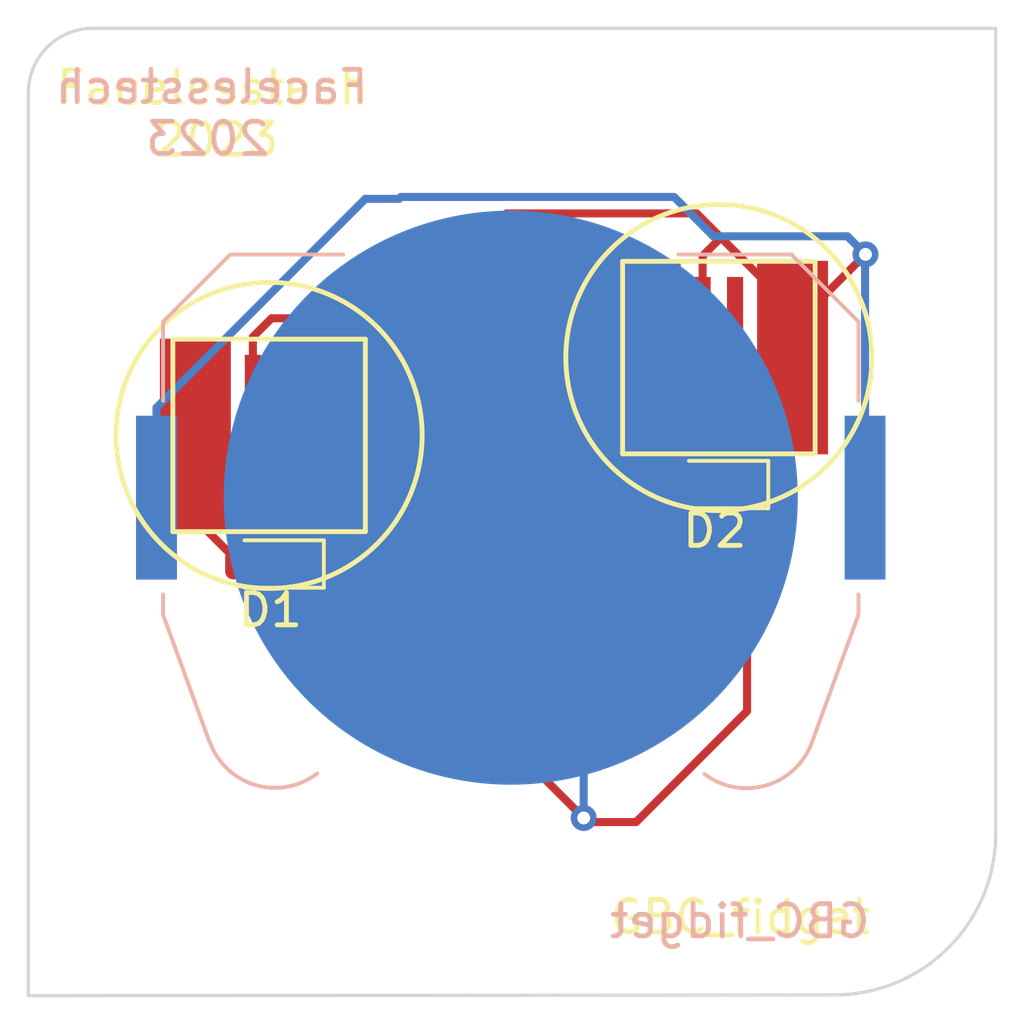
<source format=kicad_pcb>
(kicad_pcb (version 20221018) (generator pcbnew)
  (layers (0 "F.Cu" signal) (31 "B.Cu" signal) (34 "B.Paste" user) (35 "F.Paste" user) (36 "B.SilkS" user "B.Silkscreen") (37 "F.SilkS" user "F.Silkscreen") (38 "B.Mask" user) (39 "F.Mask" user) (44 "Edge.Cuts" user))
  (net 0 "")
  (net 1 "Net-(BT1--)")
  (net 2 "Net-(BT1-+)")
  (net 3 "Net-(D1-A)")
  (net 4 "Net-(D2-A)")
  (footprint "MountingHole:MountingHole_2.1mm" (layer "F.Cu") (at 145.3642 87.8586)
    (fp_text reference "H2" hide)
    (fp_text value "MountingHole" hide)
    (pad "" np_thru_hole circle (at 0 0) (size 2.1 2.1) (drill 2.1) (layers "*.Cu" "*.Mask"))
  )
  (footprint "LED_SMD:LED_0603_1608Metric_Pad1.05x0.95mm_HandSolder" (layer "F.Cu") (at 151.37 75.9714 180)
    (fp_text reference "D1" (at 0 -1.43) (layer "F.SilkS"))
    (fp_text value "LED" hide)
    (fp_line (start -1.66 -0.735) (end -1.66 0.735) (stroke (width 0.12)) (layer "F.SilkS"))
    (fp_line (start -1.66 0.735) (end 0.8 0.735) (stroke (width 0.12)) (layer "F.SilkS"))
    (fp_line (start 0.8 -0.735) (end -1.66 -0.735) (stroke (width 0.12)) (layer "F.SilkS"))
    (pad "1" smd roundrect (at -0.875 0 180) (size 1.05 0.95) (layers "F.Cu" "F.Paste" "F.Mask") (net 1 "Net-(BT1--)"))
    (pad "2" smd roundrect (at 0.875 0 180) (size 1.05 0.95) (layers "F.Cu" "F.Paste" "F.Mask") (net 3 "Net-(D1-A)"))
  )
  (footprint "buttons_custom:gbc_pad_buttons_small" (layer "F.Cu") (at 165.2778 69.5706)
    (fp_text reference "SW2" hide)
    (fp_text value "SW_Push" hide)
    (fp_line (start -2.9845 -2.9845) (end 2.9845 -2.9845) (stroke (width 0.15)) (layer "F.SilkS"))
    (fp_line (start -2.9845 2.9845) (end -2.9845 -2.9845) (stroke (width 0.15)) (layer "F.SilkS"))
    (fp_line (start 2.9845 -2.9845) (end 2.9845 2.9845) (stroke (width 0.15)) (layer "F.SilkS"))
    (fp_line (start 2.9845 2.9845) (end -2.9845 2.9845) (stroke (width 0.15)) (layer "F.SilkS"))
    (fp_circle (center 0 0) (end -4.572 -1.27) (stroke (width 0.15)) (fill none) (layer "F.SilkS"))
    (pad "1" smd rect (at -0.50292 0 90) (size 5 0.5) (layers "F.Cu" "F.Paste" "F.Mask") (net 2 "Net-(BT1-+)"))
    (pad "1" smd rect (at 2.286 0) (size 2.2 6) (layers "F.Cu" "F.Paste" "F.Mask") (net 2 "Net-(BT1-+)"))
    (pad "2" smd rect (at -2.286 0) (size 2.2 6) (layers "F.Cu" "F.Paste" "F.Mask") (net 4 "Net-(D2-A)"))
    (pad "2" smd rect (at 0.50292 0 90) (size 5 0.5) (layers "F.Cu" "F.Paste" "F.Mask") (net 4 "Net-(D2-A)"))
  )
  (footprint "buttons_custom:gbc_pad_buttons_small" (layer "F.Cu") (at 151.3332 71.9836)
    (fp_text reference "SW1" hide)
    (fp_text value "SW_Push" hide)
    (fp_line (start -2.9845 -2.9845) (end 2.9845 -2.9845) (stroke (width 0.15)) (layer "F.SilkS"))
    (fp_line (start -2.9845 2.9845) (end -2.9845 -2.9845) (stroke (width 0.15)) (layer "F.SilkS"))
    (fp_line (start 2.9845 -2.9845) (end 2.9845 2.9845) (stroke (width 0.15)) (layer "F.SilkS"))
    (fp_line (start 2.9845 2.9845) (end -2.9845 2.9845) (stroke (width 0.15)) (layer "F.SilkS"))
    (fp_circle (center 0 0) (end -4.572 -1.27) (stroke (width 0.15)) (fill none) (layer "F.SilkS"))
    (pad "1" smd rect (at -0.50292 0 90) (size 5 0.5) (layers "F.Cu" "F.Paste" "F.Mask") (net 2 "Net-(BT1-+)"))
    (pad "1" smd rect (at 2.286 0) (size 2.2 6) (layers "F.Cu" "F.Paste" "F.Mask") (net 2 "Net-(BT1-+)"))
    (pad "2" smd rect (at -2.286 0) (size 2.2 6) (layers "F.Cu" "F.Paste" "F.Mask") (net 3 "Net-(D1-A)"))
    (pad "2" smd rect (at 0.50292 0 90) (size 5 0.5) (layers "F.Cu" "F.Paste" "F.Mask") (net 3 "Net-(D1-A)"))
  )
  (footprint "LED_SMD:LED_0603_1608Metric_Pad1.05x0.95mm_HandSolder" (layer "F.Cu") (at 165.1508 73.5076 180)
    (fp_text reference "D2" (at 0 -1.43) (layer "F.SilkS"))
    (fp_text value "LED" hide)
    (fp_line (start -1.66 -0.735) (end -1.66 0.735) (stroke (width 0.12)) (layer "F.SilkS"))
    (fp_line (start -1.66 0.735) (end 0.8 0.735) (stroke (width 0.12)) (layer "F.SilkS"))
    (fp_line (start 0.8 -0.735) (end -1.66 -0.735) (stroke (width 0.12)) (layer "F.SilkS"))
    (pad "1" smd roundrect (at -0.875 0 180) (size 1.05 0.95) (layers "F.Cu" "F.Paste" "F.Mask") (net 1 "Net-(BT1--)"))
    (pad "2" smd roundrect (at 0.875 0 180) (size 1.05 0.95) (layers "F.Cu" "F.Paste" "F.Mask") (net 4 "Net-(D2-A)"))
  )
  (footprint "MountingHole:MountingHole_2.1mm" (layer "F.Cu") (at 172.3644 60.8584)
    (fp_text reference "H1" hide)
    (fp_text value "MountingHole" hide)
    (pad "" np_thru_hole circle (at 0 0) (size 2.1 2.1) (drill 2.1) (layers "*.Cu" "*.Mask"))
  )
  (footprint "Battery:BatteryHolder_Keystone_3034_1x20mm" (layer "B.Cu") (at 158.8262 73.914 180)
    (fp_text reference "BT1" hide)
    (fp_text value "Battery_Cell" hide)
    (fp_line (start -10.78 -3.63) (end -9.34 -7.58) (stroke (width 0.12)) (layer "B.SilkS"))
    (fp_line (start -10.78 -3) (end -10.78 -3.63) (stroke (width 0.12)) (layer "B.SilkS"))
    (fp_line (start -10.78 5.46) (end -10.78 3) (stroke (width 0.12)) (layer "B.SilkS"))
    (fp_line (start -8.7 7.54) (end -10.78 5.46) (stroke (width 0.12)) (layer "B.SilkS"))
    (fp_line (start -5.2 7.54) (end -8.7 7.54) (stroke (width 0.12)) (layer "B.SilkS"))
    (fp_line (start 8.7 7.54) (end 5.2 7.54) (stroke (width 0.12)) (layer "B.SilkS"))
    (fp_line (start 8.7 7.54) (end 10.78 5.46) (stroke (width 0.12)) (layer "B.SilkS"))
    (fp_line (start 10.78 -3.63) (end 9.34 -7.58) (stroke (width 0.12)) (layer "B.SilkS"))
    (fp_line (start 10.78 -3) (end 10.78 -3.63) (stroke (width 0.12)) (layer "B.SilkS"))
    (fp_line (start 10.78 5.46) (end 10.78 3) (stroke (width 0.12)) (layer "B.SilkS"))
    (fp_arc (start -9.34 -7.58) (mid -7.921654 -8.918738) (end -6.003354 -8.56653) (stroke (width 0.12)) (layer "B.SilkS"))
    (fp_arc (start 6 -8.55) (mid 7.90634 -8.911669) (end 9.325243 -7.588169) (stroke (width 0.12)) (layer "B.SilkS"))
    (pad "1" smd rect (at -10.985 0 180) (size 1.27 5.08) (layers "B.Cu" "B.Paste" "B.Mask") (net 2 "Net-(BT1-+)"))
    (pad "1" smd rect (at 10.985 0 180) (size 1.27 5.08) (layers "B.Cu" "B.Paste" "B.Mask") (net 2 "Net-(BT1-+)"))
    (pad "2" smd circle (at 0 0 180) (size 17.8 17.8) (layers "B.Cu" "B.Mask") (net 1 "Net-(BT1--)"))
  )
  (gr_arc (start 173.863 84.328) (mid 172.397421 87.866221) (end 168.8592 89.3318) (stroke (width 0.1)) (layer "Edge.Cuts"))
  (gr_line (start 173.863 59.3598) (end 145.8722 59.3598) (stroke (width 0.1)) (layer "Edge.Cuts"))
  (gr_arc (start 143.8656 61.3664) (mid 144.45332 59.94752) (end 145.8722 59.3598) (stroke (width 0.1)) (layer "Edge.Cuts"))
  (gr_line (start 173.863 84.328) (end 173.863 59.3598) (stroke (width 0.1)) (layer "Edge.Cuts"))
  (gr_line (start 168.8592 89.3318) (end 143.8656 89.3572) (stroke (width 0.1)) (layer "Edge.Cuts"))
  (gr_line (start 143.8656 89.3572) (end 143.8656 61.3664) (stroke (width 0.1)) (layer "Edge.Cuts"))
  (gr_text "GBC_fidget" (at 170.053 87.63) (layer "B.SilkS") (effects (font (size 1 1)) (justify left bottom mirror)))
  (gr_text "Facelesstech\n    2023" (at 154.4828 63.373) (layer "B.SilkS") (effects (font (size 1 1)) (justify left bottom mirror)))
  (gr_text "Facelesstech\n    2023" (at 144.653 63.3984) (layer "F.SilkS") (effects (font (size 1 1)) (justify left bottom)))
  (gr_text "GBC_fidget" (at 161.8234 87.503) (layer "F.SilkS") (effects (font (size 1 1)) (justify left bottom)))
  (segment (start 166.1528 80.532) (end 162.7124 83.9724) (width 0.25) (layer "F.Cu") (net 1))
  (segment (start 152.245 75.9714) (end 153.2128 75.9714) (width 0.25) (layer "F.Cu") (net 1))
  (segment (start 153.2128 75.9714) (end 161.0868 83.8454) (width 0.25) (layer "F.Cu") (net 1))
  (segment (start 162.7124 83.9724) (end 161.2138 83.9724) (width 0.25) (layer "F.Cu") (net 1))
  (segment (start 166.1528 73.5838) (end 166.1528 80.532) (width 0.25) (layer "F.Cu") (net 1))
  (segment (start 161.2138 83.9724) (end 161.0868 83.8454) (width 0.25) (layer "F.Cu") (net 1))
  (via (at 161.0868 83.8454) (size 0.8) (drill 0.4) (layers "F.Cu" "B.Cu") (net 1))
  (segment (start 161.0868 76.1746) (end 158.8262 73.914) (width 0.25) (layer "B.Cu") (net 1))
  (segment (start 161.0868 83.8454) (end 161.0868 76.1746) (width 0.25) (layer "B.Cu") (net 1))
  (segment (start 153.035 68.3514) (end 153.6192 68.9356) (width 0.25) (layer "F.Cu") (net 2))
  (segment (start 164.592 65.1002) (end 165.3413 65.8495) (width 0.25) (layer "F.Cu") (net 2))
  (segment (start 150.83028 68.93052) (end 151.4094 68.3514) (width 0.25) (layer "F.Cu") (net 2))
  (segment (start 164.77488 69.5706) (end 164.77488 66.41592) (width 0.25) (layer "F.Cu") (net 2))
  (segment (start 153.6192 70.1802) (end 158.6992 65.1002) (width 0.25) (layer "F.Cu") (net 2))
  (segment (start 169.8244 66.3702) (end 167.5638 68.6308) (width 0.25) (layer "F.Cu") (net 2))
  (segment (start 158.6992 65.1002) (end 164.592 65.1002) (width 0.25) (layer "F.Cu") (net 2))
  (segment (start 167.5638 68.072) (end 167.5638 69.5706) (width 0.25) (layer "F.Cu") (net 2))
  (segment (start 165.3413 65.8495) (end 167.5638 68.072) (width 0.25) (layer "F.Cu") (net 2))
  (segment (start 167.5638 68.6308) (end 167.5638 69.5706) (width 0.25) (layer "F.Cu") (net 2))
  (segment (start 151.4094 68.3514) (end 152.6 68.3514) (width 0.25) (layer "F.Cu") (net 2))
  (segment (start 164.77488 66.41592) (end 165.3413 65.8495) (width 0.25) (layer "F.Cu") (net 2))
  (segment (start 153.6192 71.9836) (end 153.6192 70.1802) (width 0.25) (layer "F.Cu") (net 2))
  (segment (start 152.6 68.3514) (end 153.035 68.3514) (width 0.25) (layer "F.Cu") (net 2))
  (segment (start 150.83028 71.9836) (end 150.83028 68.93052) (width 0.25) (layer "F.Cu") (net 2))
  (segment (start 153.6192 68.9356) (end 153.6192 71.9836) (width 0.25) (layer "F.Cu") (net 2))
  (via (at 169.8244 66.3702) (size 0.8) (drill 0.4) (layers "F.Cu" "B.Cu") (net 2))
  (segment (start 169.8112 66.3834) (end 169.8244 66.3702) (width 0.25) (layer "B.Cu") (net 2))
  (segment (start 165.11 65.81) (end 169.2642 65.81) (width 0.25) (layer "B.Cu") (net 2))
  (segment (start 169.8112 73.914) (end 169.8112 66.3834) (width 0.25) (layer "B.Cu") (net 2))
  (segment (start 155.36 64.65) (end 155.42 64.59) (width 0.25) (layer "B.Cu") (net 2))
  (segment (start 163.89 64.59) (end 165.11 65.81) (width 0.25) (layer "B.Cu") (net 2))
  (segment (start 154.3152 64.65) (end 155.36 64.65) (width 0.25) (layer "B.Cu") (net 2))
  (segment (start 155.42 64.59) (end 163.89 64.59) (width 0.25) (layer "B.Cu") (net 2))
  (segment (start 169.2642 65.81) (end 169.8244 66.3702) (width 0.25) (layer "B.Cu") (net 2))
  (segment (start 147.8412 73.914) (end 147.8412 71.124) (width 0.25) (layer "B.Cu") (net 2))
  (segment (start 147.8412 71.124) (end 154.3152 64.65) (width 0.25) (layer "B.Cu") (net 2))
  (segment (start 150.4442 75.9714) (end 151.83612 74.57948) (width 0.25) (layer "F.Cu") (net 3))
  (segment (start 149.0472 71.9836) (end 149.0472 74.5744) (width 0.25) (layer "F.Cu") (net 3))
  (segment (start 151.83612 74.57948) (end 151.83612 71.9836) (width 0.25) (layer "F.Cu") (net 3))
  (segment (start 149.0472 74.5744) (end 150.4442 75.9714) (width 0.25) (layer "F.Cu") (net 3))
  (segment (start 164.4028 73.19852) (end 164.4028 73.5838) (width 0.25) (layer "F.Cu") (net 4))
  (segment (start 165.78072 71.8206) (end 164.4028 73.19852) (width 0.25) (layer "F.Cu") (net 4))
  (segment (start 162.9918 72.1728) (end 164.4028 73.5838) (width 0.25) (layer "F.Cu") (net 4))
  (segment (start 165.78072 69.5706) (end 165.78072 71.8206) (width 0.25) (layer "F.Cu") (net 4))
  (segment (start 162.9918 69.5706) (end 162.9918 72.1728) (width 0.25) (layer "F.Cu") (net 4))
)
</source>
